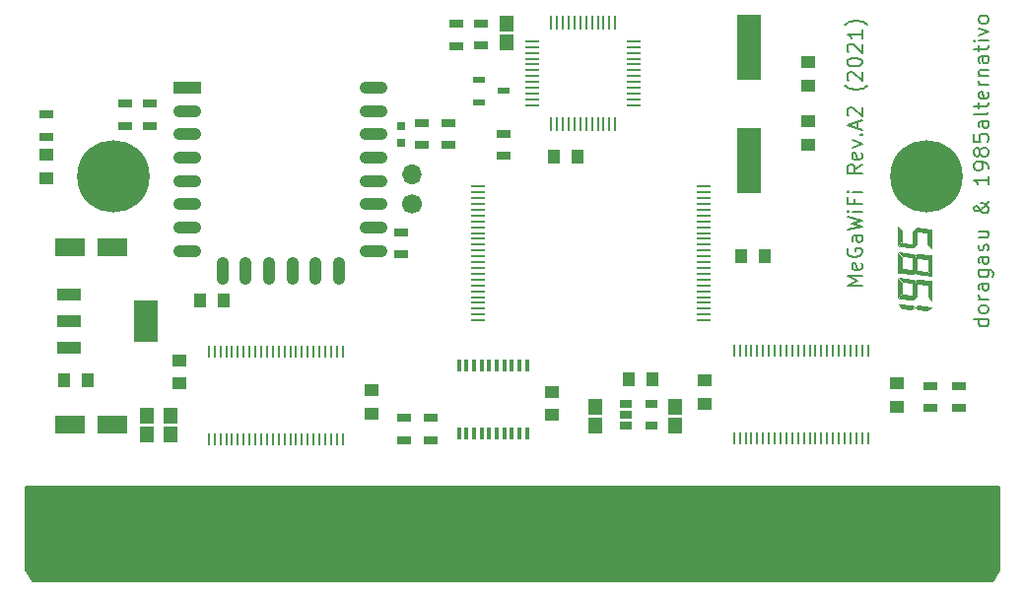
<source format=gbr>
G04 #@! TF.GenerationSoftware,KiCad,Pcbnew,5.1.10*
G04 #@! TF.CreationDate,2021-10-31T11:36:16+01:00*
G04 #@! TF.ProjectId,mega-wifi,6d656761-2d77-4696-9669-2e6b69636164,A1*
G04 #@! TF.SameCoordinates,Original*
G04 #@! TF.FileFunction,Soldermask,Top*
G04 #@! TF.FilePolarity,Negative*
%FSLAX46Y46*%
G04 Gerber Fmt 4.6, Leading zero omitted, Abs format (unit mm)*
G04 Created by KiCad (PCBNEW 5.1.10) date 2021-10-31 11:36:16*
%MOMM*%
%LPD*%
G01*
G04 APERTURE LIST*
%ADD10C,0.203200*%
%ADD11C,0.010000*%
%ADD12O,1.700000X1.700000*%
%ADD13C,1.700000*%
%ADD14O,1.100000X2.400000*%
%ADD15R,2.400000X1.100000*%
%ADD16O,2.400000X1.100000*%
%ADD17R,1.300000X0.700000*%
%ADD18R,1.250000X1.000000*%
%ADD19R,1.270000X0.279400*%
%ADD20R,1.000000X1.250000*%
%ADD21R,0.285000X1.000000*%
%ADD22R,0.400000X1.000000*%
%ADD23C,6.223000*%
%ADD24R,0.797560X0.797560*%
%ADD25R,1.000760X0.599440*%
%ADD26R,2.032000X3.657600*%
%ADD27R,2.032000X1.016000*%
%ADD28R,1.300000X0.250000*%
%ADD29R,0.250000X1.300000*%
%ADD30R,2.100580X5.600700*%
%ADD31R,2.600960X1.600200*%
%ADD32R,1.778000X6.985000*%
%ADD33R,1.060000X0.650000*%
%ADD34R,1.250000X1.380000*%
%ADD35C,0.254000*%
%ADD36C,0.100000*%
G04 APERTURE END LIST*
D10*
X186959723Y-108416876D02*
X185689723Y-108416876D01*
X186899247Y-108416876D02*
X186959723Y-108537828D01*
X186959723Y-108779733D01*
X186899247Y-108900685D01*
X186838771Y-108961161D01*
X186717819Y-109021638D01*
X186354961Y-109021638D01*
X186234009Y-108961161D01*
X186173533Y-108900685D01*
X186113057Y-108779733D01*
X186113057Y-108537828D01*
X186173533Y-108416876D01*
X186959723Y-107630685D02*
X186899247Y-107751638D01*
X186838771Y-107812114D01*
X186717819Y-107872590D01*
X186354961Y-107872590D01*
X186234009Y-107812114D01*
X186173533Y-107751638D01*
X186113057Y-107630685D01*
X186113057Y-107449257D01*
X186173533Y-107328304D01*
X186234009Y-107267828D01*
X186354961Y-107207352D01*
X186717819Y-107207352D01*
X186838771Y-107267828D01*
X186899247Y-107328304D01*
X186959723Y-107449257D01*
X186959723Y-107630685D01*
X186959723Y-106663066D02*
X186113057Y-106663066D01*
X186354961Y-106663066D02*
X186234009Y-106602590D01*
X186173533Y-106542114D01*
X186113057Y-106421161D01*
X186113057Y-106300209D01*
X186959723Y-105332590D02*
X186294485Y-105332590D01*
X186173533Y-105393066D01*
X186113057Y-105514019D01*
X186113057Y-105755923D01*
X186173533Y-105876876D01*
X186899247Y-105332590D02*
X186959723Y-105453542D01*
X186959723Y-105755923D01*
X186899247Y-105876876D01*
X186778295Y-105937352D01*
X186657342Y-105937352D01*
X186536390Y-105876876D01*
X186475914Y-105755923D01*
X186475914Y-105453542D01*
X186415438Y-105332590D01*
X186113057Y-104183542D02*
X187141152Y-104183542D01*
X187262104Y-104244019D01*
X187322580Y-104304495D01*
X187383057Y-104425447D01*
X187383057Y-104606876D01*
X187322580Y-104727828D01*
X186899247Y-104183542D02*
X186959723Y-104304495D01*
X186959723Y-104546400D01*
X186899247Y-104667352D01*
X186838771Y-104727828D01*
X186717819Y-104788304D01*
X186354961Y-104788304D01*
X186234009Y-104727828D01*
X186173533Y-104667352D01*
X186113057Y-104546400D01*
X186113057Y-104304495D01*
X186173533Y-104183542D01*
X186959723Y-103034495D02*
X186294485Y-103034495D01*
X186173533Y-103094971D01*
X186113057Y-103215923D01*
X186113057Y-103457828D01*
X186173533Y-103578780D01*
X186899247Y-103034495D02*
X186959723Y-103155447D01*
X186959723Y-103457828D01*
X186899247Y-103578780D01*
X186778295Y-103639257D01*
X186657342Y-103639257D01*
X186536390Y-103578780D01*
X186475914Y-103457828D01*
X186475914Y-103155447D01*
X186415438Y-103034495D01*
X186899247Y-102490209D02*
X186959723Y-102369257D01*
X186959723Y-102127352D01*
X186899247Y-102006400D01*
X186778295Y-101945923D01*
X186717819Y-101945923D01*
X186596866Y-102006400D01*
X186536390Y-102127352D01*
X186536390Y-102308780D01*
X186475914Y-102429733D01*
X186354961Y-102490209D01*
X186294485Y-102490209D01*
X186173533Y-102429733D01*
X186113057Y-102308780D01*
X186113057Y-102127352D01*
X186173533Y-102006400D01*
X186113057Y-100857352D02*
X186959723Y-100857352D01*
X186113057Y-101401638D02*
X186778295Y-101401638D01*
X186899247Y-101341161D01*
X186959723Y-101220209D01*
X186959723Y-101038780D01*
X186899247Y-100917828D01*
X186838771Y-100857352D01*
X186959723Y-98256876D02*
X186959723Y-98317352D01*
X186899247Y-98438304D01*
X186717819Y-98619733D01*
X186354961Y-98922114D01*
X186173533Y-99043066D01*
X185992104Y-99103542D01*
X185871152Y-99103542D01*
X185750200Y-99043066D01*
X185689723Y-98922114D01*
X185689723Y-98861638D01*
X185750200Y-98740685D01*
X185871152Y-98680209D01*
X185931628Y-98680209D01*
X186052580Y-98740685D01*
X186113057Y-98801161D01*
X186354961Y-99164019D01*
X186415438Y-99224495D01*
X186536390Y-99284971D01*
X186717819Y-99284971D01*
X186838771Y-99224495D01*
X186899247Y-99164019D01*
X186959723Y-99043066D01*
X186959723Y-98861638D01*
X186899247Y-98740685D01*
X186838771Y-98680209D01*
X186596866Y-98498780D01*
X186415438Y-98438304D01*
X186294485Y-98438304D01*
X186959723Y-96079733D02*
X186959723Y-96805447D01*
X186959723Y-96442590D02*
X185689723Y-96442590D01*
X185871152Y-96563542D01*
X185992104Y-96684495D01*
X186052580Y-96805447D01*
X186959723Y-95474971D02*
X186959723Y-95233066D01*
X186899247Y-95112114D01*
X186838771Y-95051638D01*
X186657342Y-94930685D01*
X186415438Y-94870209D01*
X185931628Y-94870209D01*
X185810676Y-94930685D01*
X185750200Y-94991161D01*
X185689723Y-95112114D01*
X185689723Y-95354019D01*
X185750200Y-95474971D01*
X185810676Y-95535447D01*
X185931628Y-95595923D01*
X186234009Y-95595923D01*
X186354961Y-95535447D01*
X186415438Y-95474971D01*
X186475914Y-95354019D01*
X186475914Y-95112114D01*
X186415438Y-94991161D01*
X186354961Y-94930685D01*
X186234009Y-94870209D01*
X186234009Y-94144495D02*
X186173533Y-94265447D01*
X186113057Y-94325923D01*
X185992104Y-94386400D01*
X185931628Y-94386400D01*
X185810676Y-94325923D01*
X185750200Y-94265447D01*
X185689723Y-94144495D01*
X185689723Y-93902590D01*
X185750200Y-93781638D01*
X185810676Y-93721161D01*
X185931628Y-93660685D01*
X185992104Y-93660685D01*
X186113057Y-93721161D01*
X186173533Y-93781638D01*
X186234009Y-93902590D01*
X186234009Y-94144495D01*
X186294485Y-94265447D01*
X186354961Y-94325923D01*
X186475914Y-94386400D01*
X186717819Y-94386400D01*
X186838771Y-94325923D01*
X186899247Y-94265447D01*
X186959723Y-94144495D01*
X186959723Y-93902590D01*
X186899247Y-93781638D01*
X186838771Y-93721161D01*
X186717819Y-93660685D01*
X186475914Y-93660685D01*
X186354961Y-93721161D01*
X186294485Y-93781638D01*
X186234009Y-93902590D01*
X185689723Y-92511638D02*
X185689723Y-93116400D01*
X186294485Y-93176876D01*
X186234009Y-93116400D01*
X186173533Y-92995447D01*
X186173533Y-92693066D01*
X186234009Y-92572114D01*
X186294485Y-92511638D01*
X186415438Y-92451161D01*
X186717819Y-92451161D01*
X186838771Y-92511638D01*
X186899247Y-92572114D01*
X186959723Y-92693066D01*
X186959723Y-92995447D01*
X186899247Y-93116400D01*
X186838771Y-93176876D01*
X186959723Y-91362590D02*
X186294485Y-91362590D01*
X186173533Y-91423066D01*
X186113057Y-91544019D01*
X186113057Y-91785923D01*
X186173533Y-91906876D01*
X186899247Y-91362590D02*
X186959723Y-91483542D01*
X186959723Y-91785923D01*
X186899247Y-91906876D01*
X186778295Y-91967352D01*
X186657342Y-91967352D01*
X186536390Y-91906876D01*
X186475914Y-91785923D01*
X186475914Y-91483542D01*
X186415438Y-91362590D01*
X186959723Y-90576400D02*
X186899247Y-90697352D01*
X186778295Y-90757828D01*
X185689723Y-90757828D01*
X186113057Y-90274019D02*
X186113057Y-89790209D01*
X185689723Y-90092590D02*
X186778295Y-90092590D01*
X186899247Y-90032114D01*
X186959723Y-89911161D01*
X186959723Y-89790209D01*
X186899247Y-88883066D02*
X186959723Y-89004019D01*
X186959723Y-89245923D01*
X186899247Y-89366876D01*
X186778295Y-89427352D01*
X186294485Y-89427352D01*
X186173533Y-89366876D01*
X186113057Y-89245923D01*
X186113057Y-89004019D01*
X186173533Y-88883066D01*
X186294485Y-88822590D01*
X186415438Y-88822590D01*
X186536390Y-89427352D01*
X186959723Y-88278304D02*
X186113057Y-88278304D01*
X186354961Y-88278304D02*
X186234009Y-88217828D01*
X186173533Y-88157352D01*
X186113057Y-88036400D01*
X186113057Y-87915447D01*
X186113057Y-87492114D02*
X186959723Y-87492114D01*
X186234009Y-87492114D02*
X186173533Y-87431638D01*
X186113057Y-87310685D01*
X186113057Y-87129257D01*
X186173533Y-87008304D01*
X186294485Y-86947828D01*
X186959723Y-86947828D01*
X186959723Y-85798780D02*
X186294485Y-85798780D01*
X186173533Y-85859257D01*
X186113057Y-85980209D01*
X186113057Y-86222114D01*
X186173533Y-86343066D01*
X186899247Y-85798780D02*
X186959723Y-85919733D01*
X186959723Y-86222114D01*
X186899247Y-86343066D01*
X186778295Y-86403542D01*
X186657342Y-86403542D01*
X186536390Y-86343066D01*
X186475914Y-86222114D01*
X186475914Y-85919733D01*
X186415438Y-85798780D01*
X186113057Y-85375447D02*
X186113057Y-84891638D01*
X185689723Y-85194019D02*
X186778295Y-85194019D01*
X186899247Y-85133542D01*
X186959723Y-85012590D01*
X186959723Y-84891638D01*
X186959723Y-84468304D02*
X186113057Y-84468304D01*
X185689723Y-84468304D02*
X185750200Y-84528780D01*
X185810676Y-84468304D01*
X185750200Y-84407828D01*
X185689723Y-84468304D01*
X185810676Y-84468304D01*
X186113057Y-83984495D02*
X186959723Y-83682114D01*
X186113057Y-83379733D01*
X186959723Y-82714495D02*
X186899247Y-82835447D01*
X186838771Y-82895923D01*
X186717819Y-82956400D01*
X186354961Y-82956400D01*
X186234009Y-82895923D01*
X186173533Y-82835447D01*
X186113057Y-82714495D01*
X186113057Y-82533066D01*
X186173533Y-82412114D01*
X186234009Y-82351638D01*
X186354961Y-82291161D01*
X186717819Y-82291161D01*
X186838771Y-82351638D01*
X186899247Y-82412114D01*
X186959723Y-82533066D01*
X186959723Y-82714495D01*
X176088523Y-105532161D02*
X174818523Y-105532161D01*
X175725666Y-105108828D01*
X174818523Y-104685495D01*
X176088523Y-104685495D01*
X176028047Y-103596923D02*
X176088523Y-103717876D01*
X176088523Y-103959780D01*
X176028047Y-104080733D01*
X175907095Y-104141209D01*
X175423285Y-104141209D01*
X175302333Y-104080733D01*
X175241857Y-103959780D01*
X175241857Y-103717876D01*
X175302333Y-103596923D01*
X175423285Y-103536447D01*
X175544238Y-103536447D01*
X175665190Y-104141209D01*
X174879000Y-102326923D02*
X174818523Y-102447876D01*
X174818523Y-102629304D01*
X174879000Y-102810733D01*
X174999952Y-102931685D01*
X175120904Y-102992161D01*
X175362809Y-103052638D01*
X175544238Y-103052638D01*
X175786142Y-102992161D01*
X175907095Y-102931685D01*
X176028047Y-102810733D01*
X176088523Y-102629304D01*
X176088523Y-102508352D01*
X176028047Y-102326923D01*
X175967571Y-102266447D01*
X175544238Y-102266447D01*
X175544238Y-102508352D01*
X176088523Y-101177876D02*
X175423285Y-101177876D01*
X175302333Y-101238352D01*
X175241857Y-101359304D01*
X175241857Y-101601209D01*
X175302333Y-101722161D01*
X176028047Y-101177876D02*
X176088523Y-101298828D01*
X176088523Y-101601209D01*
X176028047Y-101722161D01*
X175907095Y-101782638D01*
X175786142Y-101782638D01*
X175665190Y-101722161D01*
X175604714Y-101601209D01*
X175604714Y-101298828D01*
X175544238Y-101177876D01*
X174818523Y-100694066D02*
X176088523Y-100391685D01*
X175181380Y-100149780D01*
X176088523Y-99907876D01*
X174818523Y-99605495D01*
X176088523Y-99121685D02*
X175241857Y-99121685D01*
X174818523Y-99121685D02*
X174879000Y-99182161D01*
X174939476Y-99121685D01*
X174879000Y-99061209D01*
X174818523Y-99121685D01*
X174939476Y-99121685D01*
X175423285Y-98093590D02*
X175423285Y-98516923D01*
X176088523Y-98516923D02*
X174818523Y-98516923D01*
X174818523Y-97912161D01*
X176088523Y-97428352D02*
X175241857Y-97428352D01*
X174818523Y-97428352D02*
X174879000Y-97488828D01*
X174939476Y-97428352D01*
X174879000Y-97367876D01*
X174818523Y-97428352D01*
X174939476Y-97428352D01*
X176088523Y-95130257D02*
X175483761Y-95553590D01*
X176088523Y-95855971D02*
X174818523Y-95855971D01*
X174818523Y-95372161D01*
X174879000Y-95251209D01*
X174939476Y-95190733D01*
X175060428Y-95130257D01*
X175241857Y-95130257D01*
X175362809Y-95190733D01*
X175423285Y-95251209D01*
X175483761Y-95372161D01*
X175483761Y-95855971D01*
X176028047Y-94102161D02*
X176088523Y-94223114D01*
X176088523Y-94465019D01*
X176028047Y-94585971D01*
X175907095Y-94646447D01*
X175423285Y-94646447D01*
X175302333Y-94585971D01*
X175241857Y-94465019D01*
X175241857Y-94223114D01*
X175302333Y-94102161D01*
X175423285Y-94041685D01*
X175544238Y-94041685D01*
X175665190Y-94646447D01*
X175241857Y-93618352D02*
X176088523Y-93315971D01*
X175241857Y-93013590D01*
X175967571Y-92529780D02*
X176028047Y-92469304D01*
X176088523Y-92529780D01*
X176028047Y-92590257D01*
X175967571Y-92529780D01*
X176088523Y-92529780D01*
X175725666Y-91985495D02*
X175725666Y-91380733D01*
X176088523Y-92106447D02*
X174818523Y-91683114D01*
X176088523Y-91259780D01*
X174939476Y-90896923D02*
X174879000Y-90836447D01*
X174818523Y-90715495D01*
X174818523Y-90413114D01*
X174879000Y-90292161D01*
X174939476Y-90231685D01*
X175060428Y-90171209D01*
X175181380Y-90171209D01*
X175362809Y-90231685D01*
X176088523Y-90957400D01*
X176088523Y-90171209D01*
X176572333Y-88296447D02*
X176511857Y-88356923D01*
X176330428Y-88477876D01*
X176209476Y-88538352D01*
X176028047Y-88598828D01*
X175725666Y-88659304D01*
X175483761Y-88659304D01*
X175181380Y-88598828D01*
X174999952Y-88538352D01*
X174879000Y-88477876D01*
X174697571Y-88356923D01*
X174637095Y-88296447D01*
X174939476Y-87873114D02*
X174879000Y-87812638D01*
X174818523Y-87691685D01*
X174818523Y-87389304D01*
X174879000Y-87268352D01*
X174939476Y-87207876D01*
X175060428Y-87147400D01*
X175181380Y-87147400D01*
X175362809Y-87207876D01*
X176088523Y-87933590D01*
X176088523Y-87147400D01*
X174818523Y-86361209D02*
X174818523Y-86240257D01*
X174879000Y-86119304D01*
X174939476Y-86058828D01*
X175060428Y-85998352D01*
X175302333Y-85937876D01*
X175604714Y-85937876D01*
X175846619Y-85998352D01*
X175967571Y-86058828D01*
X176028047Y-86119304D01*
X176088523Y-86240257D01*
X176088523Y-86361209D01*
X176028047Y-86482161D01*
X175967571Y-86542638D01*
X175846619Y-86603114D01*
X175604714Y-86663590D01*
X175302333Y-86663590D01*
X175060428Y-86603114D01*
X174939476Y-86542638D01*
X174879000Y-86482161D01*
X174818523Y-86361209D01*
X174939476Y-85454066D02*
X174879000Y-85393590D01*
X174818523Y-85272638D01*
X174818523Y-84970257D01*
X174879000Y-84849304D01*
X174939476Y-84788828D01*
X175060428Y-84728352D01*
X175181380Y-84728352D01*
X175362809Y-84788828D01*
X176088523Y-85514542D01*
X176088523Y-84728352D01*
X176088523Y-83518828D02*
X176088523Y-84244542D01*
X176088523Y-83881685D02*
X174818523Y-83881685D01*
X174999952Y-84002638D01*
X175120904Y-84123590D01*
X175181380Y-84244542D01*
X176572333Y-83095495D02*
X176511857Y-83035019D01*
X176330428Y-82914066D01*
X176209476Y-82853590D01*
X176028047Y-82793114D01*
X175725666Y-82732638D01*
X175483761Y-82732638D01*
X175181380Y-82793114D01*
X174999952Y-82853590D01*
X174879000Y-82914066D01*
X174697571Y-83035019D01*
X174637095Y-83095495D01*
D11*
G36*
X179569340Y-105214020D02*
G01*
X179259930Y-104869230D01*
X180472550Y-104979850D01*
X180587990Y-105104260D01*
X180393990Y-105288670D01*
X179569340Y-105214020D01*
G37*
X179569340Y-105214020D02*
X179259930Y-104869230D01*
X180472550Y-104979850D01*
X180587990Y-105104260D01*
X180393990Y-105288670D01*
X179569340Y-105214020D01*
G36*
X180385370Y-107517340D02*
G01*
X179537010Y-107442850D01*
X179217660Y-107094660D01*
X180466200Y-107204950D01*
X180584970Y-107333310D01*
X180385370Y-107517340D01*
G37*
X180385370Y-107517340D02*
X179537010Y-107442850D01*
X179217660Y-107094660D01*
X180466200Y-107204950D01*
X180584970Y-107333310D01*
X180385370Y-107517340D01*
G36*
X180826660Y-107236590D02*
G01*
X182070964Y-107345850D01*
X181751846Y-107632960D01*
X180903050Y-107562750D01*
X180703670Y-107346660D01*
X180826660Y-107236590D01*
G37*
X180826660Y-107236590D02*
X182070964Y-107345850D01*
X181751846Y-107632960D01*
X180903050Y-107562750D01*
X180703670Y-107346660D01*
X180826660Y-107236590D01*
G36*
X180805670Y-100548550D02*
G01*
X181997722Y-100658840D01*
X181692710Y-100941600D01*
X180878960Y-100870590D01*
X180687660Y-100654600D01*
X180805670Y-100548550D01*
G37*
X180805670Y-100548550D02*
X181997722Y-100658840D01*
X181692710Y-100941600D01*
X180878960Y-100870590D01*
X180687660Y-100654600D01*
X180805670Y-100548550D01*
G36*
X179211650Y-100415620D02*
G01*
X179517860Y-100755090D01*
X179517860Y-101786060D01*
X179211650Y-102074590D01*
X179211650Y-100415620D01*
G37*
X179211650Y-100415620D02*
X179517860Y-100755090D01*
X179517860Y-101786060D01*
X179211650Y-102074590D01*
X179211650Y-100415620D01*
G36*
X180471300Y-100844270D02*
G01*
X180630370Y-100700230D01*
X180789500Y-100873090D01*
X180789500Y-101947250D01*
X180630370Y-102083100D01*
X180471300Y-101918440D01*
X180471300Y-100844270D01*
G37*
X180471300Y-100844270D02*
X180630370Y-100700230D01*
X180789500Y-100873090D01*
X180789500Y-101947250D01*
X180630370Y-102083100D01*
X180471300Y-101918440D01*
X180471300Y-100844270D01*
G36*
X180468260Y-102248460D02*
G01*
X179250760Y-102138230D01*
X179561260Y-101851170D01*
X180389590Y-101922020D01*
X180584260Y-102138230D01*
X180468260Y-102248460D01*
G37*
X180468260Y-102248460D02*
X179250760Y-102138230D01*
X179561260Y-101851170D01*
X180389590Y-101922020D01*
X180584260Y-102138230D01*
X180468260Y-102248460D01*
G36*
X182065159Y-100706530D02*
G01*
X182065159Y-102299350D01*
X181746908Y-101969320D01*
X181746908Y-100979480D01*
X182065159Y-100706530D01*
G37*
X182065159Y-100706530D02*
X182065159Y-102299350D01*
X181746908Y-101969320D01*
X181746908Y-100979480D01*
X182065159Y-100706530D01*
G36*
X180811960Y-105006820D02*
G01*
X182031468Y-105115980D01*
X181719456Y-105398800D01*
X180886940Y-105328550D01*
X180691410Y-105112670D01*
X180811960Y-105006820D01*
G37*
X180811960Y-105006820D02*
X182031468Y-105115980D01*
X181719456Y-105398800D01*
X180886940Y-105328550D01*
X180691410Y-105112670D01*
X180811960Y-105006820D01*
G36*
X179206330Y-104923490D02*
G01*
X179515620Y-105252310D01*
X179515620Y-106251230D01*
X179206330Y-106530740D01*
X179206330Y-104923490D01*
G37*
X179206330Y-104923490D02*
X179515620Y-105252310D01*
X179515620Y-106251230D01*
X179206330Y-106530740D01*
X179206330Y-104923490D01*
G36*
X180477050Y-105299840D02*
G01*
X180631730Y-105155960D01*
X180786410Y-105328700D01*
X180786410Y-106403140D01*
X180631730Y-106538990D01*
X180477050Y-106374280D01*
X180477050Y-105299840D01*
G37*
X180477050Y-105299840D02*
X180631730Y-105155960D01*
X180786410Y-105328700D01*
X180786410Y-106403140D01*
X180631730Y-106538990D01*
X180477050Y-106374280D01*
X180477050Y-105299840D01*
G36*
X180472490Y-106699200D02*
G01*
X179259810Y-106589820D01*
X179569120Y-106304940D01*
X180394090Y-106375200D01*
X180587990Y-106589820D01*
X180472490Y-106699200D01*
G37*
X180472490Y-106699200D02*
X179259810Y-106589820D01*
X179569120Y-106304940D01*
X180394090Y-106375200D01*
X180587990Y-106589820D01*
X180472490Y-106699200D01*
G36*
X182075847Y-105174240D02*
G01*
X182075847Y-106821600D01*
X181779894Y-106480340D01*
X181779894Y-105456530D01*
X182075847Y-105174240D01*
G37*
X182075847Y-105174240D02*
X182075847Y-106821600D01*
X181779894Y-106480340D01*
X181779894Y-105456530D01*
X182075847Y-105174240D01*
G36*
X180406740Y-103089020D02*
G01*
X179571400Y-103014520D01*
X179258040Y-102671420D01*
X180486330Y-102780910D01*
X180603300Y-102905030D01*
X180406740Y-103089020D01*
G37*
X180406740Y-103089020D02*
X179571400Y-103014520D01*
X179258040Y-102671420D01*
X180486330Y-102780910D01*
X180603300Y-102905030D01*
X180406740Y-103089020D01*
G36*
X180811850Y-102809940D02*
G01*
X182036079Y-102919140D01*
X181722874Y-103202070D01*
X180887100Y-103131820D01*
X180690810Y-102915840D01*
X180811850Y-102809940D01*
G37*
X180811850Y-102809940D02*
X182036079Y-102919140D01*
X181722874Y-103202070D01*
X180887100Y-103131820D01*
X180690810Y-102915840D01*
X180811850Y-102809940D01*
G36*
X179208980Y-102718570D02*
G01*
X179522360Y-103057980D01*
X179522360Y-104089020D01*
X179208980Y-104377530D01*
X179208980Y-102718570D01*
G37*
X179208980Y-102718570D02*
X179522360Y-103057980D01*
X179522360Y-104089020D01*
X179208980Y-104377530D01*
X179208980Y-102718570D01*
G36*
X180477760Y-103091020D02*
G01*
X180634380Y-102942480D01*
X180791070Y-103120810D01*
X180791070Y-104232190D01*
X180634380Y-104369990D01*
X180477760Y-104200070D01*
X180477760Y-103091020D01*
G37*
X180477760Y-103091020D02*
X180634380Y-102942480D01*
X180791070Y-103120810D01*
X180791070Y-104232190D01*
X180634380Y-104369990D01*
X180477760Y-104200070D01*
X180477760Y-103091020D01*
G36*
X180488980Y-104502590D02*
G01*
X179260520Y-104393050D01*
X179573840Y-104105780D01*
X180409230Y-104180320D01*
X180605950Y-104393810D01*
X180488980Y-104502590D01*
G37*
X180488980Y-104502590D02*
X179260520Y-104393050D01*
X179573840Y-104105780D01*
X180409230Y-104180320D01*
X180605950Y-104393810D01*
X180488980Y-104502590D01*
G36*
X182075847Y-102953320D02*
G01*
X182075847Y-104619170D01*
X181762533Y-104271250D01*
X181762533Y-103238160D01*
X182075847Y-102953320D01*
G37*
X182075847Y-102953320D02*
X182075847Y-104619170D01*
X181762533Y-104271250D01*
X181762533Y-103238160D01*
X182075847Y-102953320D01*
G36*
X181725315Y-104295990D02*
G01*
X182038738Y-104643440D01*
X180814510Y-104534210D01*
X180693470Y-104407480D01*
X180889650Y-104225780D01*
X181725315Y-104295990D01*
G37*
X181725315Y-104295990D02*
X182038738Y-104643440D01*
X180814510Y-104534210D01*
X180693470Y-104407480D01*
X180889650Y-104225780D01*
X181725315Y-104295990D01*
D12*
X137426700Y-95961200D03*
D13*
X137426700Y-98501200D03*
D14*
X121150800Y-104256800D03*
X123150800Y-104256800D03*
X125150800Y-104256800D03*
X127150800Y-104256800D03*
X129150800Y-104256800D03*
X131150800Y-104256800D03*
D15*
X118160800Y-88506800D03*
D16*
X118160800Y-90506800D03*
X118160800Y-92506800D03*
X118160800Y-94506800D03*
X118160800Y-96506800D03*
X118160800Y-98506800D03*
X118160800Y-100506800D03*
X118160800Y-102506800D03*
X134160800Y-102506800D03*
X134160800Y-100506800D03*
X134160800Y-98506800D03*
X134160800Y-96506800D03*
X134160800Y-94506800D03*
X134160800Y-92506800D03*
X134160800Y-90506800D03*
X134160800Y-88506800D03*
D17*
X112776000Y-89855000D03*
X112776000Y-91755000D03*
X114935000Y-89855000D03*
X114935000Y-91755000D03*
X138303000Y-91518700D03*
X138303000Y-93418700D03*
D18*
X162560000Y-115681000D03*
X162560000Y-113681000D03*
D19*
X143105041Y-96988897D03*
X143105041Y-97488897D03*
X143105041Y-97988897D03*
X143105041Y-98488897D03*
X143105041Y-98988897D03*
X143105041Y-99488897D03*
X143105041Y-99988897D03*
X143105041Y-100488897D03*
X143105041Y-100988897D03*
X143105041Y-101488897D03*
X143105041Y-101988897D03*
X143105041Y-102488897D03*
X143105041Y-102988897D03*
X143105041Y-103488897D03*
X143105041Y-103988897D03*
X143105041Y-104488897D03*
X162536041Y-104488897D03*
X162536041Y-103988897D03*
X162536041Y-103488897D03*
X162536041Y-102988897D03*
X162536041Y-102488897D03*
X162536041Y-101988897D03*
X162536041Y-101488897D03*
X162536041Y-100988897D03*
X162536041Y-100488897D03*
X162536041Y-99988897D03*
X162536041Y-99488897D03*
X162536041Y-98988897D03*
X162536041Y-98488897D03*
X162536041Y-97988897D03*
X162536041Y-97488897D03*
X162536041Y-96988897D03*
X143105041Y-104988897D03*
X143105041Y-105488897D03*
X143105041Y-105988897D03*
X143105041Y-106488897D03*
X143105041Y-106988897D03*
X143105041Y-107488897D03*
X143105041Y-107988897D03*
X143105041Y-108488897D03*
X162536041Y-108488897D03*
X162536041Y-107988897D03*
X162536041Y-107488897D03*
X162536041Y-106988897D03*
X162536041Y-106488897D03*
X162536041Y-105988897D03*
X162536041Y-105488897D03*
X162536041Y-104988897D03*
D20*
X165725600Y-102946200D03*
X167725600Y-102946200D03*
D21*
X119980000Y-118685000D03*
X120480000Y-118685000D03*
X120980000Y-118685000D03*
X121480000Y-118685000D03*
X121980000Y-118685000D03*
X122480000Y-118685000D03*
X122980000Y-118685000D03*
X123480000Y-118685000D03*
X123980000Y-118685000D03*
X124480000Y-118685000D03*
X124980000Y-118685000D03*
X125480000Y-118685000D03*
X125980000Y-118685000D03*
X126480000Y-118685000D03*
X126980000Y-118685000D03*
X127480000Y-118685000D03*
X127980000Y-118685000D03*
X128480000Y-118685000D03*
X128980000Y-118685000D03*
X129480000Y-118685000D03*
X129980000Y-118685000D03*
X130480000Y-118685000D03*
X130980000Y-118685000D03*
X131480000Y-118685000D03*
X131480000Y-111185000D03*
X130980000Y-111185000D03*
X130480000Y-111185000D03*
X129980000Y-111185000D03*
X129480000Y-111185000D03*
X128980000Y-111185000D03*
X128480000Y-111185000D03*
X127980000Y-111185000D03*
X127480000Y-111185000D03*
X126980000Y-111185000D03*
X126480000Y-111185000D03*
X125980000Y-111185000D03*
X125480000Y-111185000D03*
X124980000Y-111185000D03*
X124480000Y-111185000D03*
X123980000Y-111185000D03*
X123480000Y-111185000D03*
X122980000Y-111185000D03*
X122480000Y-111185000D03*
X121980000Y-111185000D03*
X121480000Y-111185000D03*
X120980000Y-111185000D03*
X120480000Y-111185000D03*
X119980000Y-111185000D03*
D22*
X147312166Y-112372334D03*
X146662166Y-112372334D03*
X146012166Y-112372334D03*
X145362166Y-112372334D03*
X144712166Y-112372334D03*
X144062166Y-112372334D03*
X143412166Y-112372334D03*
X142762166Y-112372334D03*
X142112166Y-112372334D03*
X141462166Y-112372334D03*
X141462166Y-118172334D03*
X142112166Y-118172334D03*
X142762166Y-118172334D03*
X143412166Y-118172334D03*
X144062166Y-118172334D03*
X144712166Y-118172334D03*
X145362166Y-118172334D03*
X146012166Y-118172334D03*
X146662166Y-118172334D03*
X147312166Y-118172334D03*
D23*
X111760000Y-96139000D03*
D20*
X109585000Y-113665000D03*
X107585000Y-113665000D03*
D18*
X133959600Y-116493800D03*
X133959600Y-114493800D03*
X117475000Y-113935000D03*
X117475000Y-111935000D03*
X149440900Y-116624100D03*
X149440900Y-114624100D03*
X179070000Y-115935000D03*
X179070000Y-113935000D03*
D20*
X151647400Y-94437200D03*
X149647400Y-94437200D03*
D18*
X171492956Y-91408816D03*
X171492956Y-93408816D03*
X171492956Y-88328816D03*
X171492956Y-86328816D03*
D20*
X119253000Y-106807000D03*
X121253000Y-106807000D03*
D24*
X136525000Y-93268800D03*
X136525000Y-91770200D03*
D25*
X143230302Y-87837048D03*
X145343582Y-88789548D03*
X143230302Y-89742048D03*
D17*
X184413345Y-116012813D03*
X184413345Y-114112813D03*
X140589000Y-91506000D03*
X140589000Y-93406000D03*
X181974945Y-114112813D03*
X181974945Y-116012813D03*
X141224000Y-82997000D03*
X141224000Y-84897000D03*
X143398448Y-82969734D03*
X143398448Y-84869734D03*
X145338800Y-94371200D03*
X145338800Y-92471200D03*
X136525000Y-102804000D03*
X136525000Y-100904000D03*
D26*
X114554000Y-108585000D03*
D27*
X107950000Y-108585000D03*
X107950000Y-110871000D03*
X107950000Y-106299000D03*
D21*
X176600000Y-111125000D03*
X176100000Y-111125000D03*
X175600000Y-111125000D03*
X175100000Y-111125000D03*
X174600000Y-111125000D03*
X174100000Y-111125000D03*
X173600000Y-111125000D03*
X173100000Y-111125000D03*
X172600000Y-111125000D03*
X172100000Y-111125000D03*
X171600000Y-111125000D03*
X171100000Y-111125000D03*
X170600000Y-111125000D03*
X170100000Y-111125000D03*
X169600000Y-111125000D03*
X169100000Y-111125000D03*
X168600000Y-111125000D03*
X168100000Y-111125000D03*
X167600000Y-111125000D03*
X167100000Y-111125000D03*
X166600000Y-111125000D03*
X166100000Y-111125000D03*
X165600000Y-111125000D03*
X165100000Y-111125000D03*
X165100000Y-118625000D03*
X165600000Y-118625000D03*
X166100000Y-118625000D03*
X166600000Y-118625000D03*
X167100000Y-118625000D03*
X167600000Y-118625000D03*
X168100000Y-118625000D03*
X168600000Y-118625000D03*
X169100000Y-118625000D03*
X169600000Y-118625000D03*
X170100000Y-118625000D03*
X170600000Y-118625000D03*
X171100000Y-118625000D03*
X171600000Y-118625000D03*
X172100000Y-118625000D03*
X172600000Y-118625000D03*
X173100000Y-118625000D03*
X173600000Y-118625000D03*
X174100000Y-118625000D03*
X174600000Y-118625000D03*
X175100000Y-118625000D03*
X175600000Y-118625000D03*
X176100000Y-118625000D03*
X176600000Y-118625000D03*
D28*
X156496000Y-89999000D03*
X156496000Y-89499000D03*
X156496000Y-88999000D03*
X156496000Y-88499000D03*
X156496000Y-87999000D03*
X156496000Y-87499000D03*
X156496000Y-86999000D03*
X156496000Y-86499000D03*
X156496000Y-85999000D03*
X156496000Y-85499000D03*
X156496000Y-84999000D03*
X156496000Y-84499000D03*
D29*
X154896000Y-82899000D03*
X154396000Y-82899000D03*
X153896000Y-82899000D03*
X153396000Y-82899000D03*
X152896000Y-82899000D03*
X152396000Y-82899000D03*
X151896000Y-82899000D03*
X151396000Y-82899000D03*
X150896000Y-82899000D03*
X150396000Y-82899000D03*
X149896000Y-82899000D03*
X149396000Y-82899000D03*
D28*
X147796000Y-84499000D03*
X147796000Y-84999000D03*
X147796000Y-85499000D03*
X147796000Y-85999000D03*
X147796000Y-86499000D03*
X147796000Y-86999000D03*
X147796000Y-87499000D03*
X147796000Y-87999000D03*
X147796000Y-88499000D03*
X147796000Y-88999000D03*
X147796000Y-89499000D03*
X147796000Y-89999000D03*
D29*
X149396000Y-91599000D03*
X149896000Y-91599000D03*
X150396000Y-91599000D03*
X150896000Y-91599000D03*
X151396000Y-91599000D03*
X151896000Y-91599000D03*
X152396000Y-91599000D03*
X152896000Y-91599000D03*
X153396000Y-91599000D03*
X153896000Y-91599000D03*
X154396000Y-91599000D03*
X154896000Y-91599000D03*
D30*
X166412956Y-94717676D03*
X166412956Y-85019956D03*
D23*
X181610000Y-96139000D03*
D31*
X111655860Y-117475000D03*
X108054140Y-117475000D03*
X111655860Y-102235000D03*
X108054140Y-102235000D03*
D32*
X106680000Y-126238000D03*
X109220000Y-126238000D03*
X111760000Y-126238000D03*
X114300000Y-126238000D03*
X116840000Y-126238000D03*
X119380000Y-126238000D03*
X121920000Y-126238000D03*
X124460000Y-126238000D03*
X127000000Y-126238000D03*
X129540000Y-126238000D03*
X132080000Y-126238000D03*
X134620000Y-126238000D03*
X137160000Y-126238000D03*
X139700000Y-126238000D03*
X142240000Y-126238000D03*
X144780000Y-126238000D03*
X147320000Y-126238000D03*
X149860000Y-126238000D03*
X152400000Y-126238000D03*
X154940000Y-126238000D03*
X157480000Y-126238000D03*
X160020000Y-126238000D03*
X162560000Y-126238000D03*
X165100000Y-126238000D03*
X167640000Y-126238000D03*
X170180000Y-126238000D03*
X172720000Y-126238000D03*
X175260000Y-126238000D03*
X177800000Y-126238000D03*
X180340000Y-126238000D03*
X182880000Y-126238000D03*
X185420000Y-126238000D03*
D33*
X155829000Y-115661400D03*
X155829000Y-116611400D03*
X155829000Y-117561400D03*
X158029000Y-117561400D03*
X158029000Y-115661400D03*
D34*
X153162000Y-117523000D03*
X153162000Y-115903000D03*
X145557448Y-82982734D03*
X145557448Y-84602734D03*
D20*
X158099000Y-113563400D03*
X156099000Y-113563400D03*
D34*
X160020000Y-115928400D03*
X160020000Y-117548400D03*
D18*
X106045000Y-94250000D03*
X106045000Y-96250000D03*
D17*
X136753600Y-118780600D03*
X136753600Y-116880600D03*
X139039600Y-116880600D03*
X139039600Y-118780600D03*
X106045000Y-92705000D03*
X106045000Y-90805000D03*
D34*
X114681000Y-116665000D03*
X114681000Y-118285000D03*
X116713000Y-116665000D03*
X116713000Y-118285000D03*
D35*
X187845505Y-122796281D02*
X187834624Y-129901359D01*
X187274200Y-130835400D01*
X104825800Y-130835400D01*
X104267000Y-129904067D01*
X104267000Y-122783619D01*
X187845505Y-122796281D01*
D36*
G36*
X187845505Y-122796281D02*
G01*
X187834624Y-129901359D01*
X187274200Y-130835400D01*
X104825800Y-130835400D01*
X104267000Y-129904067D01*
X104267000Y-122783619D01*
X187845505Y-122796281D01*
G37*
M02*

</source>
